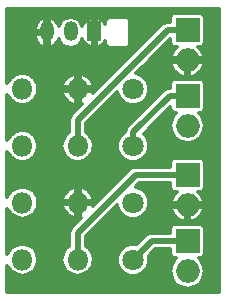
<source format=gtl>
G04 #@! TF.FileFunction,Copper,L1,Top,Signal*
%FSLAX46Y46*%
G04 Gerber Fmt 4.6, Leading zero omitted, Abs format (unit mm)*
G04 Created by KiCad (PCBNEW 4.0.4-1.fc24-product) date Thu Jun  7 15:39:17 2018*
%MOMM*%
%LPD*%
G01*
G04 APERTURE LIST*
%ADD10C,0.100000*%
%ADD11O,1.800000X1.800000*%
%ADD12C,1.800000*%
%ADD13O,1.998980X1.998980*%
%ADD14R,1.998980X1.998980*%
%ADD15R,1.200000X1.700000*%
%ADD16O,1.200000X1.700000*%
%ADD17C,0.500000*%
%ADD18C,0.300000*%
G04 APERTURE END LIST*
D10*
D11*
X143500000Y-95900000D03*
D12*
X148200000Y-95900000D03*
D11*
X138800000Y-95900000D03*
D12*
X148200000Y-100730000D03*
D11*
X143500000Y-100730000D03*
X138800000Y-100730000D03*
D12*
X148200000Y-91100000D03*
D11*
X143500000Y-91100000D03*
X138800000Y-91100000D03*
D12*
X148200000Y-86300000D03*
D11*
X143500000Y-86300000D03*
X138800000Y-86300000D03*
D13*
X152800000Y-83840000D03*
D14*
X152800000Y-81300000D03*
D13*
X152800000Y-89400000D03*
D14*
X152800000Y-86860000D03*
D13*
X152800000Y-96100000D03*
D14*
X152800000Y-93560000D03*
D13*
X152800000Y-101700000D03*
D14*
X152800000Y-99160000D03*
D15*
X144900000Y-81400000D03*
D16*
X142900000Y-81400000D03*
X140900000Y-81400000D03*
D17*
X152800000Y-81300000D02*
X151100000Y-81300000D01*
X151100000Y-81300000D02*
X143500000Y-88900000D01*
X143500000Y-88900000D02*
X143500000Y-89827208D01*
X143500000Y-89827208D02*
X143500000Y-91100000D01*
X152800000Y-86860000D02*
X151300510Y-86860000D01*
X151300510Y-86860000D02*
X148200000Y-89960510D01*
X148200000Y-89960510D02*
X148200000Y-91100000D01*
X152800000Y-93560000D02*
X148393998Y-93560000D01*
X148393998Y-93560000D02*
X143500000Y-98453998D01*
X143500000Y-98453998D02*
X143500000Y-99457208D01*
X143500000Y-99457208D02*
X143500000Y-100730000D01*
X152800000Y-99160000D02*
X149770000Y-99160000D01*
X149770000Y-99160000D02*
X148200000Y-100730000D01*
D18*
G36*
X155475000Y-103475000D02*
X137525000Y-103475000D01*
X137525000Y-101240012D01*
X137526315Y-101246623D01*
X137818958Y-101684594D01*
X138256929Y-101977237D01*
X138773552Y-102080000D01*
X138826448Y-102080000D01*
X139343071Y-101977237D01*
X139781042Y-101684594D01*
X140073685Y-101246623D01*
X140176448Y-100730000D01*
X142123552Y-100730000D01*
X142226315Y-101246623D01*
X142518958Y-101684594D01*
X142956929Y-101977237D01*
X143473552Y-102080000D01*
X143526448Y-102080000D01*
X144043071Y-101977237D01*
X144481042Y-101684594D01*
X144773685Y-101246623D01*
X144823268Y-100997353D01*
X146849766Y-100997353D01*
X147054858Y-101493715D01*
X147434288Y-101873807D01*
X147930290Y-102079765D01*
X148467353Y-102080234D01*
X148963715Y-101875142D01*
X149343807Y-101495712D01*
X149549765Y-100999710D01*
X149550234Y-100462647D01*
X149523063Y-100396887D01*
X150059950Y-99860000D01*
X151341694Y-99860000D01*
X151341694Y-100159490D01*
X151373072Y-100326250D01*
X151471627Y-100479409D01*
X151622005Y-100582158D01*
X151800510Y-100618306D01*
X151817489Y-100618306D01*
X151775056Y-100646659D01*
X151460846Y-101116907D01*
X151350510Y-101671603D01*
X151350510Y-101728397D01*
X151460846Y-102283093D01*
X151775056Y-102753341D01*
X152245304Y-103067551D01*
X152800000Y-103177887D01*
X153354696Y-103067551D01*
X153824944Y-102753341D01*
X154139154Y-102283093D01*
X154249490Y-101728397D01*
X154249490Y-101671603D01*
X154139154Y-101116907D01*
X153824944Y-100646659D01*
X153782511Y-100618306D01*
X153799490Y-100618306D01*
X153966250Y-100586928D01*
X154119409Y-100488373D01*
X154222158Y-100337995D01*
X154258306Y-100159490D01*
X154258306Y-98160510D01*
X154226928Y-97993750D01*
X154128373Y-97840591D01*
X153977995Y-97737842D01*
X153799490Y-97701694D01*
X151800510Y-97701694D01*
X151633750Y-97733072D01*
X151480591Y-97831627D01*
X151377842Y-97982005D01*
X151341694Y-98160510D01*
X151341694Y-98460000D01*
X149770000Y-98460000D01*
X149502122Y-98513284D01*
X149502120Y-98513285D01*
X149502121Y-98513285D01*
X149275025Y-98665025D01*
X148533378Y-99406672D01*
X148469710Y-99380235D01*
X147932647Y-99379766D01*
X147436285Y-99584858D01*
X147056193Y-99964288D01*
X146850235Y-100460290D01*
X146849766Y-100997353D01*
X144823268Y-100997353D01*
X144876448Y-100730000D01*
X144773685Y-100213377D01*
X144481042Y-99775406D01*
X144200000Y-99587620D01*
X144200000Y-98743948D01*
X146849830Y-96094118D01*
X146849766Y-96167353D01*
X147054858Y-96663715D01*
X147434288Y-97043807D01*
X147930290Y-97249765D01*
X148467353Y-97250234D01*
X148963715Y-97045142D01*
X149343807Y-96665712D01*
X149423542Y-96473688D01*
X151399496Y-96473688D01*
X151649107Y-96981192D01*
X152073931Y-97354543D01*
X152426314Y-97500493D01*
X152650000Y-97428549D01*
X152650000Y-96250000D01*
X152950000Y-96250000D01*
X152950000Y-97428549D01*
X153173686Y-97500493D01*
X153526069Y-97354543D01*
X153950893Y-96981192D01*
X154200504Y-96473688D01*
X154129219Y-96250000D01*
X152950000Y-96250000D01*
X152650000Y-96250000D01*
X151470781Y-96250000D01*
X151399496Y-96473688D01*
X149423542Y-96473688D01*
X149549765Y-96169710D01*
X149550234Y-95632647D01*
X149345142Y-95136285D01*
X148965712Y-94756193D01*
X148469710Y-94550235D01*
X148393779Y-94550169D01*
X148683948Y-94260000D01*
X151341694Y-94260000D01*
X151341694Y-94559490D01*
X151373072Y-94726250D01*
X151471627Y-94879409D01*
X151622005Y-94982158D01*
X151800510Y-95018306D01*
X151877252Y-95018306D01*
X151649107Y-95218808D01*
X151399496Y-95726312D01*
X151470781Y-95950000D01*
X152650000Y-95950000D01*
X152650000Y-95930000D01*
X152950000Y-95930000D01*
X152950000Y-95950000D01*
X154129219Y-95950000D01*
X154200504Y-95726312D01*
X153950893Y-95218808D01*
X153722748Y-95018306D01*
X153799490Y-95018306D01*
X153966250Y-94986928D01*
X154119409Y-94888373D01*
X154222158Y-94737995D01*
X154258306Y-94559490D01*
X154258306Y-92560510D01*
X154226928Y-92393750D01*
X154128373Y-92240591D01*
X153977995Y-92137842D01*
X153799490Y-92101694D01*
X151800510Y-92101694D01*
X151633750Y-92133072D01*
X151480591Y-92231627D01*
X151377842Y-92382005D01*
X151341694Y-92560510D01*
X151341694Y-92860000D01*
X148393998Y-92860000D01*
X148126120Y-92913284D01*
X148126118Y-92913285D01*
X148126119Y-92913285D01*
X147899023Y-93065025D01*
X144776743Y-96187305D01*
X144728375Y-96050000D01*
X143650000Y-96050000D01*
X143650000Y-97129153D01*
X143787103Y-97176945D01*
X143005025Y-97959023D01*
X142853284Y-98186119D01*
X142853284Y-98186120D01*
X142800000Y-98453998D01*
X142800000Y-99587620D01*
X142518958Y-99775406D01*
X142226315Y-100213377D01*
X142123552Y-100730000D01*
X140176448Y-100730000D01*
X140073685Y-100213377D01*
X139781042Y-99775406D01*
X139343071Y-99482763D01*
X138826448Y-99380000D01*
X138773552Y-99380000D01*
X138256929Y-99482763D01*
X137818958Y-99775406D01*
X137526315Y-100213377D01*
X137525000Y-100219988D01*
X137525000Y-96410012D01*
X137526315Y-96416623D01*
X137818958Y-96854594D01*
X138256929Y-97147237D01*
X138773552Y-97250000D01*
X138826448Y-97250000D01*
X139343071Y-97147237D01*
X139781042Y-96854594D01*
X140073685Y-96416623D01*
X140105230Y-96258032D01*
X142198342Y-96258032D01*
X142326412Y-96567252D01*
X142671092Y-96965573D01*
X143141966Y-97201670D01*
X143350000Y-97129153D01*
X143350000Y-96050000D01*
X142271625Y-96050000D01*
X142198342Y-96258032D01*
X140105230Y-96258032D01*
X140176448Y-95900000D01*
X140105231Y-95541968D01*
X142198342Y-95541968D01*
X142271625Y-95750000D01*
X143350000Y-95750000D01*
X143350000Y-94670847D01*
X143650000Y-94670847D01*
X143650000Y-95750000D01*
X144728375Y-95750000D01*
X144801658Y-95541968D01*
X144673588Y-95232748D01*
X144328908Y-94834427D01*
X143858034Y-94598330D01*
X143650000Y-94670847D01*
X143350000Y-94670847D01*
X143141966Y-94598330D01*
X142671092Y-94834427D01*
X142326412Y-95232748D01*
X142198342Y-95541968D01*
X140105231Y-95541968D01*
X140073685Y-95383377D01*
X139781042Y-94945406D01*
X139343071Y-94652763D01*
X138826448Y-94550000D01*
X138773552Y-94550000D01*
X138256929Y-94652763D01*
X137818958Y-94945406D01*
X137526315Y-95383377D01*
X137525000Y-95389988D01*
X137525000Y-91610012D01*
X137526315Y-91616623D01*
X137818958Y-92054594D01*
X138256929Y-92347237D01*
X138773552Y-92450000D01*
X138826448Y-92450000D01*
X139343071Y-92347237D01*
X139781042Y-92054594D01*
X140073685Y-91616623D01*
X140176448Y-91100000D01*
X142123552Y-91100000D01*
X142226315Y-91616623D01*
X142518958Y-92054594D01*
X142956929Y-92347237D01*
X143473552Y-92450000D01*
X143526448Y-92450000D01*
X144043071Y-92347237D01*
X144481042Y-92054594D01*
X144773685Y-91616623D01*
X144823268Y-91367353D01*
X146849766Y-91367353D01*
X147054858Y-91863715D01*
X147434288Y-92243807D01*
X147930290Y-92449765D01*
X148467353Y-92450234D01*
X148963715Y-92245142D01*
X149343807Y-91865712D01*
X149549765Y-91369710D01*
X149550234Y-90832647D01*
X149345142Y-90336285D01*
X149079890Y-90070570D01*
X151341694Y-87808766D01*
X151341694Y-87859490D01*
X151373072Y-88026250D01*
X151471627Y-88179409D01*
X151622005Y-88282158D01*
X151800510Y-88318306D01*
X151817489Y-88318306D01*
X151775056Y-88346659D01*
X151460846Y-88816907D01*
X151350510Y-89371603D01*
X151350510Y-89428397D01*
X151460846Y-89983093D01*
X151775056Y-90453341D01*
X152245304Y-90767551D01*
X152800000Y-90877887D01*
X153354696Y-90767551D01*
X153824944Y-90453341D01*
X154139154Y-89983093D01*
X154249490Y-89428397D01*
X154249490Y-89371603D01*
X154139154Y-88816907D01*
X153824944Y-88346659D01*
X153782511Y-88318306D01*
X153799490Y-88318306D01*
X153966250Y-88286928D01*
X154119409Y-88188373D01*
X154222158Y-88037995D01*
X154258306Y-87859490D01*
X154258306Y-85860510D01*
X154226928Y-85693750D01*
X154128373Y-85540591D01*
X153977995Y-85437842D01*
X153799490Y-85401694D01*
X151800510Y-85401694D01*
X151633750Y-85433072D01*
X151480591Y-85531627D01*
X151377842Y-85682005D01*
X151341694Y-85860510D01*
X151341694Y-86160000D01*
X151300510Y-86160000D01*
X151032632Y-86213284D01*
X151032630Y-86213285D01*
X151032631Y-86213285D01*
X150805535Y-86365025D01*
X147705025Y-89465535D01*
X147553284Y-89692631D01*
X147553284Y-89692632D01*
X147506930Y-89925668D01*
X147436285Y-89954858D01*
X147056193Y-90334288D01*
X146850235Y-90830290D01*
X146849766Y-91367353D01*
X144823268Y-91367353D01*
X144876448Y-91100000D01*
X144773685Y-90583377D01*
X144481042Y-90145406D01*
X144200000Y-89957620D01*
X144200000Y-89189950D01*
X146849790Y-86540160D01*
X146849766Y-86567353D01*
X147054858Y-87063715D01*
X147434288Y-87443807D01*
X147930290Y-87649765D01*
X148467353Y-87650234D01*
X148963715Y-87445142D01*
X149343807Y-87065712D01*
X149549765Y-86569710D01*
X149550234Y-86032647D01*
X149345142Y-85536285D01*
X148965712Y-85156193D01*
X148469710Y-84950235D01*
X148439741Y-84950209D01*
X149176262Y-84213688D01*
X151399496Y-84213688D01*
X151649107Y-84721192D01*
X152073931Y-85094543D01*
X152426314Y-85240493D01*
X152650000Y-85168549D01*
X152650000Y-83990000D01*
X152950000Y-83990000D01*
X152950000Y-85168549D01*
X153173686Y-85240493D01*
X153526069Y-85094543D01*
X153950893Y-84721192D01*
X154200504Y-84213688D01*
X154129219Y-83990000D01*
X152950000Y-83990000D01*
X152650000Y-83990000D01*
X151470781Y-83990000D01*
X151399496Y-84213688D01*
X149176262Y-84213688D01*
X151341694Y-82048256D01*
X151341694Y-82299490D01*
X151373072Y-82466250D01*
X151471627Y-82619409D01*
X151622005Y-82722158D01*
X151800510Y-82758306D01*
X151877252Y-82758306D01*
X151649107Y-82958808D01*
X151399496Y-83466312D01*
X151470781Y-83690000D01*
X152650000Y-83690000D01*
X152650000Y-83670000D01*
X152950000Y-83670000D01*
X152950000Y-83690000D01*
X154129219Y-83690000D01*
X154200504Y-83466312D01*
X153950893Y-82958808D01*
X153722748Y-82758306D01*
X153799490Y-82758306D01*
X153966250Y-82726928D01*
X154119409Y-82628373D01*
X154222158Y-82477995D01*
X154258306Y-82299490D01*
X154258306Y-80300510D01*
X154226928Y-80133750D01*
X154128373Y-79980591D01*
X153977995Y-79877842D01*
X153799490Y-79841694D01*
X151800510Y-79841694D01*
X151633750Y-79873072D01*
X151480591Y-79971627D01*
X151377842Y-80122005D01*
X151341694Y-80300510D01*
X151341694Y-80600000D01*
X151100000Y-80600000D01*
X150832121Y-80653284D01*
X150605025Y-80805025D01*
X144788727Y-86621323D01*
X144728375Y-86450000D01*
X143650000Y-86450000D01*
X143650000Y-87529153D01*
X143821215Y-87588835D01*
X143005025Y-88405025D01*
X142853284Y-88632121D01*
X142853284Y-88632122D01*
X142800000Y-88900000D01*
X142800000Y-89957620D01*
X142518958Y-90145406D01*
X142226315Y-90583377D01*
X142123552Y-91100000D01*
X140176448Y-91100000D01*
X140073685Y-90583377D01*
X139781042Y-90145406D01*
X139343071Y-89852763D01*
X138826448Y-89750000D01*
X138773552Y-89750000D01*
X138256929Y-89852763D01*
X137818958Y-90145406D01*
X137526315Y-90583377D01*
X137525000Y-90589988D01*
X137525000Y-86810012D01*
X137526315Y-86816623D01*
X137818958Y-87254594D01*
X138256929Y-87547237D01*
X138773552Y-87650000D01*
X138826448Y-87650000D01*
X139343071Y-87547237D01*
X139781042Y-87254594D01*
X140073685Y-86816623D01*
X140105230Y-86658032D01*
X142198342Y-86658032D01*
X142326412Y-86967252D01*
X142671092Y-87365573D01*
X143141966Y-87601670D01*
X143350000Y-87529153D01*
X143350000Y-86450000D01*
X142271625Y-86450000D01*
X142198342Y-86658032D01*
X140105230Y-86658032D01*
X140176448Y-86300000D01*
X140105231Y-85941968D01*
X142198342Y-85941968D01*
X142271625Y-86150000D01*
X143350000Y-86150000D01*
X143350000Y-85070847D01*
X143650000Y-85070847D01*
X143650000Y-86150000D01*
X144728375Y-86150000D01*
X144801658Y-85941968D01*
X144673588Y-85632748D01*
X144328908Y-85234427D01*
X143858034Y-84998330D01*
X143650000Y-85070847D01*
X143350000Y-85070847D01*
X143141966Y-84998330D01*
X142671092Y-85234427D01*
X142326412Y-85632748D01*
X142198342Y-85941968D01*
X140105231Y-85941968D01*
X140073685Y-85783377D01*
X139781042Y-85345406D01*
X139343071Y-85052763D01*
X138826448Y-84950000D01*
X138773552Y-84950000D01*
X138256929Y-85052763D01*
X137818958Y-85345406D01*
X137526315Y-85783377D01*
X137525000Y-85789988D01*
X137525000Y-81816599D01*
X139840263Y-81816599D01*
X139946417Y-82217073D01*
X140197745Y-82546440D01*
X140589275Y-82752970D01*
X140750000Y-82675422D01*
X140750000Y-81650000D01*
X139955392Y-81650000D01*
X139840263Y-81816599D01*
X137525000Y-81816599D01*
X137525000Y-81183401D01*
X139840263Y-81183401D01*
X139955392Y-81350000D01*
X140750000Y-81350000D01*
X140750000Y-80324578D01*
X141050000Y-80324578D01*
X141050000Y-81350000D01*
X141070000Y-81350000D01*
X141070000Y-81650000D01*
X141050000Y-81650000D01*
X141050000Y-82675422D01*
X141210725Y-82752970D01*
X141602255Y-82546440D01*
X141853583Y-82217073D01*
X141901719Y-82035478D01*
X141929926Y-82177287D01*
X142157538Y-82517931D01*
X142498182Y-82745543D01*
X142900000Y-82825469D01*
X143301818Y-82745543D01*
X143642462Y-82517931D01*
X143870074Y-82177287D01*
X143898281Y-82035478D01*
X143946417Y-82217073D01*
X144197745Y-82546440D01*
X144589275Y-82752970D01*
X144750000Y-82675422D01*
X144750000Y-81650000D01*
X144730000Y-81650000D01*
X144730000Y-81350000D01*
X144750000Y-81350000D01*
X144750000Y-80324578D01*
X145050000Y-80324578D01*
X145050000Y-81350000D01*
X145070000Y-81350000D01*
X145070000Y-81650000D01*
X145050000Y-81650000D01*
X145050000Y-82675422D01*
X145210725Y-82752970D01*
X145602255Y-82546440D01*
X145841184Y-82233322D01*
X145841184Y-82350000D01*
X145872562Y-82516760D01*
X145971117Y-82669919D01*
X146121495Y-82772668D01*
X146300000Y-82808816D01*
X147500000Y-82808816D01*
X147666760Y-82777438D01*
X147819919Y-82678883D01*
X147922668Y-82528505D01*
X147958816Y-82350000D01*
X147958816Y-80650000D01*
X147927438Y-80483240D01*
X147828883Y-80330081D01*
X147678505Y-80227332D01*
X147500000Y-80191184D01*
X146300000Y-80191184D01*
X146133240Y-80222562D01*
X145980081Y-80321117D01*
X145877332Y-80471495D01*
X145841184Y-80650000D01*
X145841184Y-80766678D01*
X145602255Y-80453560D01*
X145210725Y-80247030D01*
X145050000Y-80324578D01*
X144750000Y-80324578D01*
X144589275Y-80247030D01*
X144197745Y-80453560D01*
X143946417Y-80782927D01*
X143898281Y-80964522D01*
X143870074Y-80822713D01*
X143642462Y-80482069D01*
X143301818Y-80254457D01*
X142900000Y-80174531D01*
X142498182Y-80254457D01*
X142157538Y-80482069D01*
X141929926Y-80822713D01*
X141901719Y-80964522D01*
X141853583Y-80782927D01*
X141602255Y-80453560D01*
X141210725Y-80247030D01*
X141050000Y-80324578D01*
X140750000Y-80324578D01*
X140589275Y-80247030D01*
X140197745Y-80453560D01*
X139946417Y-80782927D01*
X139840263Y-81183401D01*
X137525000Y-81183401D01*
X137525000Y-79525000D01*
X155475000Y-79525000D01*
X155475000Y-103475000D01*
X155475000Y-103475000D01*
G37*
X155475000Y-103475000D02*
X137525000Y-103475000D01*
X137525000Y-101240012D01*
X137526315Y-101246623D01*
X137818958Y-101684594D01*
X138256929Y-101977237D01*
X138773552Y-102080000D01*
X138826448Y-102080000D01*
X139343071Y-101977237D01*
X139781042Y-101684594D01*
X140073685Y-101246623D01*
X140176448Y-100730000D01*
X142123552Y-100730000D01*
X142226315Y-101246623D01*
X142518958Y-101684594D01*
X142956929Y-101977237D01*
X143473552Y-102080000D01*
X143526448Y-102080000D01*
X144043071Y-101977237D01*
X144481042Y-101684594D01*
X144773685Y-101246623D01*
X144823268Y-100997353D01*
X146849766Y-100997353D01*
X147054858Y-101493715D01*
X147434288Y-101873807D01*
X147930290Y-102079765D01*
X148467353Y-102080234D01*
X148963715Y-101875142D01*
X149343807Y-101495712D01*
X149549765Y-100999710D01*
X149550234Y-100462647D01*
X149523063Y-100396887D01*
X150059950Y-99860000D01*
X151341694Y-99860000D01*
X151341694Y-100159490D01*
X151373072Y-100326250D01*
X151471627Y-100479409D01*
X151622005Y-100582158D01*
X151800510Y-100618306D01*
X151817489Y-100618306D01*
X151775056Y-100646659D01*
X151460846Y-101116907D01*
X151350510Y-101671603D01*
X151350510Y-101728397D01*
X151460846Y-102283093D01*
X151775056Y-102753341D01*
X152245304Y-103067551D01*
X152800000Y-103177887D01*
X153354696Y-103067551D01*
X153824944Y-102753341D01*
X154139154Y-102283093D01*
X154249490Y-101728397D01*
X154249490Y-101671603D01*
X154139154Y-101116907D01*
X153824944Y-100646659D01*
X153782511Y-100618306D01*
X153799490Y-100618306D01*
X153966250Y-100586928D01*
X154119409Y-100488373D01*
X154222158Y-100337995D01*
X154258306Y-100159490D01*
X154258306Y-98160510D01*
X154226928Y-97993750D01*
X154128373Y-97840591D01*
X153977995Y-97737842D01*
X153799490Y-97701694D01*
X151800510Y-97701694D01*
X151633750Y-97733072D01*
X151480591Y-97831627D01*
X151377842Y-97982005D01*
X151341694Y-98160510D01*
X151341694Y-98460000D01*
X149770000Y-98460000D01*
X149502122Y-98513284D01*
X149502120Y-98513285D01*
X149502121Y-98513285D01*
X149275025Y-98665025D01*
X148533378Y-99406672D01*
X148469710Y-99380235D01*
X147932647Y-99379766D01*
X147436285Y-99584858D01*
X147056193Y-99964288D01*
X146850235Y-100460290D01*
X146849766Y-100997353D01*
X144823268Y-100997353D01*
X144876448Y-100730000D01*
X144773685Y-100213377D01*
X144481042Y-99775406D01*
X144200000Y-99587620D01*
X144200000Y-98743948D01*
X146849830Y-96094118D01*
X146849766Y-96167353D01*
X147054858Y-96663715D01*
X147434288Y-97043807D01*
X147930290Y-97249765D01*
X148467353Y-97250234D01*
X148963715Y-97045142D01*
X149343807Y-96665712D01*
X149423542Y-96473688D01*
X151399496Y-96473688D01*
X151649107Y-96981192D01*
X152073931Y-97354543D01*
X152426314Y-97500493D01*
X152650000Y-97428549D01*
X152650000Y-96250000D01*
X152950000Y-96250000D01*
X152950000Y-97428549D01*
X153173686Y-97500493D01*
X153526069Y-97354543D01*
X153950893Y-96981192D01*
X154200504Y-96473688D01*
X154129219Y-96250000D01*
X152950000Y-96250000D01*
X152650000Y-96250000D01*
X151470781Y-96250000D01*
X151399496Y-96473688D01*
X149423542Y-96473688D01*
X149549765Y-96169710D01*
X149550234Y-95632647D01*
X149345142Y-95136285D01*
X148965712Y-94756193D01*
X148469710Y-94550235D01*
X148393779Y-94550169D01*
X148683948Y-94260000D01*
X151341694Y-94260000D01*
X151341694Y-94559490D01*
X151373072Y-94726250D01*
X151471627Y-94879409D01*
X151622005Y-94982158D01*
X151800510Y-95018306D01*
X151877252Y-95018306D01*
X151649107Y-95218808D01*
X151399496Y-95726312D01*
X151470781Y-95950000D01*
X152650000Y-95950000D01*
X152650000Y-95930000D01*
X152950000Y-95930000D01*
X152950000Y-95950000D01*
X154129219Y-95950000D01*
X154200504Y-95726312D01*
X153950893Y-95218808D01*
X153722748Y-95018306D01*
X153799490Y-95018306D01*
X153966250Y-94986928D01*
X154119409Y-94888373D01*
X154222158Y-94737995D01*
X154258306Y-94559490D01*
X154258306Y-92560510D01*
X154226928Y-92393750D01*
X154128373Y-92240591D01*
X153977995Y-92137842D01*
X153799490Y-92101694D01*
X151800510Y-92101694D01*
X151633750Y-92133072D01*
X151480591Y-92231627D01*
X151377842Y-92382005D01*
X151341694Y-92560510D01*
X151341694Y-92860000D01*
X148393998Y-92860000D01*
X148126120Y-92913284D01*
X148126118Y-92913285D01*
X148126119Y-92913285D01*
X147899023Y-93065025D01*
X144776743Y-96187305D01*
X144728375Y-96050000D01*
X143650000Y-96050000D01*
X143650000Y-97129153D01*
X143787103Y-97176945D01*
X143005025Y-97959023D01*
X142853284Y-98186119D01*
X142853284Y-98186120D01*
X142800000Y-98453998D01*
X142800000Y-99587620D01*
X142518958Y-99775406D01*
X142226315Y-100213377D01*
X142123552Y-100730000D01*
X140176448Y-100730000D01*
X140073685Y-100213377D01*
X139781042Y-99775406D01*
X139343071Y-99482763D01*
X138826448Y-99380000D01*
X138773552Y-99380000D01*
X138256929Y-99482763D01*
X137818958Y-99775406D01*
X137526315Y-100213377D01*
X137525000Y-100219988D01*
X137525000Y-96410012D01*
X137526315Y-96416623D01*
X137818958Y-96854594D01*
X138256929Y-97147237D01*
X138773552Y-97250000D01*
X138826448Y-97250000D01*
X139343071Y-97147237D01*
X139781042Y-96854594D01*
X140073685Y-96416623D01*
X140105230Y-96258032D01*
X142198342Y-96258032D01*
X142326412Y-96567252D01*
X142671092Y-96965573D01*
X143141966Y-97201670D01*
X143350000Y-97129153D01*
X143350000Y-96050000D01*
X142271625Y-96050000D01*
X142198342Y-96258032D01*
X140105230Y-96258032D01*
X140176448Y-95900000D01*
X140105231Y-95541968D01*
X142198342Y-95541968D01*
X142271625Y-95750000D01*
X143350000Y-95750000D01*
X143350000Y-94670847D01*
X143650000Y-94670847D01*
X143650000Y-95750000D01*
X144728375Y-95750000D01*
X144801658Y-95541968D01*
X144673588Y-95232748D01*
X144328908Y-94834427D01*
X143858034Y-94598330D01*
X143650000Y-94670847D01*
X143350000Y-94670847D01*
X143141966Y-94598330D01*
X142671092Y-94834427D01*
X142326412Y-95232748D01*
X142198342Y-95541968D01*
X140105231Y-95541968D01*
X140073685Y-95383377D01*
X139781042Y-94945406D01*
X139343071Y-94652763D01*
X138826448Y-94550000D01*
X138773552Y-94550000D01*
X138256929Y-94652763D01*
X137818958Y-94945406D01*
X137526315Y-95383377D01*
X137525000Y-95389988D01*
X137525000Y-91610012D01*
X137526315Y-91616623D01*
X137818958Y-92054594D01*
X138256929Y-92347237D01*
X138773552Y-92450000D01*
X138826448Y-92450000D01*
X139343071Y-92347237D01*
X139781042Y-92054594D01*
X140073685Y-91616623D01*
X140176448Y-91100000D01*
X142123552Y-91100000D01*
X142226315Y-91616623D01*
X142518958Y-92054594D01*
X142956929Y-92347237D01*
X143473552Y-92450000D01*
X143526448Y-92450000D01*
X144043071Y-92347237D01*
X144481042Y-92054594D01*
X144773685Y-91616623D01*
X144823268Y-91367353D01*
X146849766Y-91367353D01*
X147054858Y-91863715D01*
X147434288Y-92243807D01*
X147930290Y-92449765D01*
X148467353Y-92450234D01*
X148963715Y-92245142D01*
X149343807Y-91865712D01*
X149549765Y-91369710D01*
X149550234Y-90832647D01*
X149345142Y-90336285D01*
X149079890Y-90070570D01*
X151341694Y-87808766D01*
X151341694Y-87859490D01*
X151373072Y-88026250D01*
X151471627Y-88179409D01*
X151622005Y-88282158D01*
X151800510Y-88318306D01*
X151817489Y-88318306D01*
X151775056Y-88346659D01*
X151460846Y-88816907D01*
X151350510Y-89371603D01*
X151350510Y-89428397D01*
X151460846Y-89983093D01*
X151775056Y-90453341D01*
X152245304Y-90767551D01*
X152800000Y-90877887D01*
X153354696Y-90767551D01*
X153824944Y-90453341D01*
X154139154Y-89983093D01*
X154249490Y-89428397D01*
X154249490Y-89371603D01*
X154139154Y-88816907D01*
X153824944Y-88346659D01*
X153782511Y-88318306D01*
X153799490Y-88318306D01*
X153966250Y-88286928D01*
X154119409Y-88188373D01*
X154222158Y-88037995D01*
X154258306Y-87859490D01*
X154258306Y-85860510D01*
X154226928Y-85693750D01*
X154128373Y-85540591D01*
X153977995Y-85437842D01*
X153799490Y-85401694D01*
X151800510Y-85401694D01*
X151633750Y-85433072D01*
X151480591Y-85531627D01*
X151377842Y-85682005D01*
X151341694Y-85860510D01*
X151341694Y-86160000D01*
X151300510Y-86160000D01*
X151032632Y-86213284D01*
X151032630Y-86213285D01*
X151032631Y-86213285D01*
X150805535Y-86365025D01*
X147705025Y-89465535D01*
X147553284Y-89692631D01*
X147553284Y-89692632D01*
X147506930Y-89925668D01*
X147436285Y-89954858D01*
X147056193Y-90334288D01*
X146850235Y-90830290D01*
X146849766Y-91367353D01*
X144823268Y-91367353D01*
X144876448Y-91100000D01*
X144773685Y-90583377D01*
X144481042Y-90145406D01*
X144200000Y-89957620D01*
X144200000Y-89189950D01*
X146849790Y-86540160D01*
X146849766Y-86567353D01*
X147054858Y-87063715D01*
X147434288Y-87443807D01*
X147930290Y-87649765D01*
X148467353Y-87650234D01*
X148963715Y-87445142D01*
X149343807Y-87065712D01*
X149549765Y-86569710D01*
X149550234Y-86032647D01*
X149345142Y-85536285D01*
X148965712Y-85156193D01*
X148469710Y-84950235D01*
X148439741Y-84950209D01*
X149176262Y-84213688D01*
X151399496Y-84213688D01*
X151649107Y-84721192D01*
X152073931Y-85094543D01*
X152426314Y-85240493D01*
X152650000Y-85168549D01*
X152650000Y-83990000D01*
X152950000Y-83990000D01*
X152950000Y-85168549D01*
X153173686Y-85240493D01*
X153526069Y-85094543D01*
X153950893Y-84721192D01*
X154200504Y-84213688D01*
X154129219Y-83990000D01*
X152950000Y-83990000D01*
X152650000Y-83990000D01*
X151470781Y-83990000D01*
X151399496Y-84213688D01*
X149176262Y-84213688D01*
X151341694Y-82048256D01*
X151341694Y-82299490D01*
X151373072Y-82466250D01*
X151471627Y-82619409D01*
X151622005Y-82722158D01*
X151800510Y-82758306D01*
X151877252Y-82758306D01*
X151649107Y-82958808D01*
X151399496Y-83466312D01*
X151470781Y-83690000D01*
X152650000Y-83690000D01*
X152650000Y-83670000D01*
X152950000Y-83670000D01*
X152950000Y-83690000D01*
X154129219Y-83690000D01*
X154200504Y-83466312D01*
X153950893Y-82958808D01*
X153722748Y-82758306D01*
X153799490Y-82758306D01*
X153966250Y-82726928D01*
X154119409Y-82628373D01*
X154222158Y-82477995D01*
X154258306Y-82299490D01*
X154258306Y-80300510D01*
X154226928Y-80133750D01*
X154128373Y-79980591D01*
X153977995Y-79877842D01*
X153799490Y-79841694D01*
X151800510Y-79841694D01*
X151633750Y-79873072D01*
X151480591Y-79971627D01*
X151377842Y-80122005D01*
X151341694Y-80300510D01*
X151341694Y-80600000D01*
X151100000Y-80600000D01*
X150832121Y-80653284D01*
X150605025Y-80805025D01*
X144788727Y-86621323D01*
X144728375Y-86450000D01*
X143650000Y-86450000D01*
X143650000Y-87529153D01*
X143821215Y-87588835D01*
X143005025Y-88405025D01*
X142853284Y-88632121D01*
X142853284Y-88632122D01*
X142800000Y-88900000D01*
X142800000Y-89957620D01*
X142518958Y-90145406D01*
X142226315Y-90583377D01*
X142123552Y-91100000D01*
X140176448Y-91100000D01*
X140073685Y-90583377D01*
X139781042Y-90145406D01*
X139343071Y-89852763D01*
X138826448Y-89750000D01*
X138773552Y-89750000D01*
X138256929Y-89852763D01*
X137818958Y-90145406D01*
X137526315Y-90583377D01*
X137525000Y-90589988D01*
X137525000Y-86810012D01*
X137526315Y-86816623D01*
X137818958Y-87254594D01*
X138256929Y-87547237D01*
X138773552Y-87650000D01*
X138826448Y-87650000D01*
X139343071Y-87547237D01*
X139781042Y-87254594D01*
X140073685Y-86816623D01*
X140105230Y-86658032D01*
X142198342Y-86658032D01*
X142326412Y-86967252D01*
X142671092Y-87365573D01*
X143141966Y-87601670D01*
X143350000Y-87529153D01*
X143350000Y-86450000D01*
X142271625Y-86450000D01*
X142198342Y-86658032D01*
X140105230Y-86658032D01*
X140176448Y-86300000D01*
X140105231Y-85941968D01*
X142198342Y-85941968D01*
X142271625Y-86150000D01*
X143350000Y-86150000D01*
X143350000Y-85070847D01*
X143650000Y-85070847D01*
X143650000Y-86150000D01*
X144728375Y-86150000D01*
X144801658Y-85941968D01*
X144673588Y-85632748D01*
X144328908Y-85234427D01*
X143858034Y-84998330D01*
X143650000Y-85070847D01*
X143350000Y-85070847D01*
X143141966Y-84998330D01*
X142671092Y-85234427D01*
X142326412Y-85632748D01*
X142198342Y-85941968D01*
X140105231Y-85941968D01*
X140073685Y-85783377D01*
X139781042Y-85345406D01*
X139343071Y-85052763D01*
X138826448Y-84950000D01*
X138773552Y-84950000D01*
X138256929Y-85052763D01*
X137818958Y-85345406D01*
X137526315Y-85783377D01*
X137525000Y-85789988D01*
X137525000Y-81816599D01*
X139840263Y-81816599D01*
X139946417Y-82217073D01*
X140197745Y-82546440D01*
X140589275Y-82752970D01*
X140750000Y-82675422D01*
X140750000Y-81650000D01*
X139955392Y-81650000D01*
X139840263Y-81816599D01*
X137525000Y-81816599D01*
X137525000Y-81183401D01*
X139840263Y-81183401D01*
X139955392Y-81350000D01*
X140750000Y-81350000D01*
X140750000Y-80324578D01*
X141050000Y-80324578D01*
X141050000Y-81350000D01*
X141070000Y-81350000D01*
X141070000Y-81650000D01*
X141050000Y-81650000D01*
X141050000Y-82675422D01*
X141210725Y-82752970D01*
X141602255Y-82546440D01*
X141853583Y-82217073D01*
X141901719Y-82035478D01*
X141929926Y-82177287D01*
X142157538Y-82517931D01*
X142498182Y-82745543D01*
X142900000Y-82825469D01*
X143301818Y-82745543D01*
X143642462Y-82517931D01*
X143870074Y-82177287D01*
X143898281Y-82035478D01*
X143946417Y-82217073D01*
X144197745Y-82546440D01*
X144589275Y-82752970D01*
X144750000Y-82675422D01*
X144750000Y-81650000D01*
X144730000Y-81650000D01*
X144730000Y-81350000D01*
X144750000Y-81350000D01*
X144750000Y-80324578D01*
X145050000Y-80324578D01*
X145050000Y-81350000D01*
X145070000Y-81350000D01*
X145070000Y-81650000D01*
X145050000Y-81650000D01*
X145050000Y-82675422D01*
X145210725Y-82752970D01*
X145602255Y-82546440D01*
X145841184Y-82233322D01*
X145841184Y-82350000D01*
X145872562Y-82516760D01*
X145971117Y-82669919D01*
X146121495Y-82772668D01*
X146300000Y-82808816D01*
X147500000Y-82808816D01*
X147666760Y-82777438D01*
X147819919Y-82678883D01*
X147922668Y-82528505D01*
X147958816Y-82350000D01*
X147958816Y-80650000D01*
X147927438Y-80483240D01*
X147828883Y-80330081D01*
X147678505Y-80227332D01*
X147500000Y-80191184D01*
X146300000Y-80191184D01*
X146133240Y-80222562D01*
X145980081Y-80321117D01*
X145877332Y-80471495D01*
X145841184Y-80650000D01*
X145841184Y-80766678D01*
X145602255Y-80453560D01*
X145210725Y-80247030D01*
X145050000Y-80324578D01*
X144750000Y-80324578D01*
X144589275Y-80247030D01*
X144197745Y-80453560D01*
X143946417Y-80782927D01*
X143898281Y-80964522D01*
X143870074Y-80822713D01*
X143642462Y-80482069D01*
X143301818Y-80254457D01*
X142900000Y-80174531D01*
X142498182Y-80254457D01*
X142157538Y-80482069D01*
X141929926Y-80822713D01*
X141901719Y-80964522D01*
X141853583Y-80782927D01*
X141602255Y-80453560D01*
X141210725Y-80247030D01*
X141050000Y-80324578D01*
X140750000Y-80324578D01*
X140589275Y-80247030D01*
X140197745Y-80453560D01*
X139946417Y-80782927D01*
X139840263Y-81183401D01*
X137525000Y-81183401D01*
X137525000Y-79525000D01*
X155475000Y-79525000D01*
X155475000Y-103475000D01*
M02*

</source>
